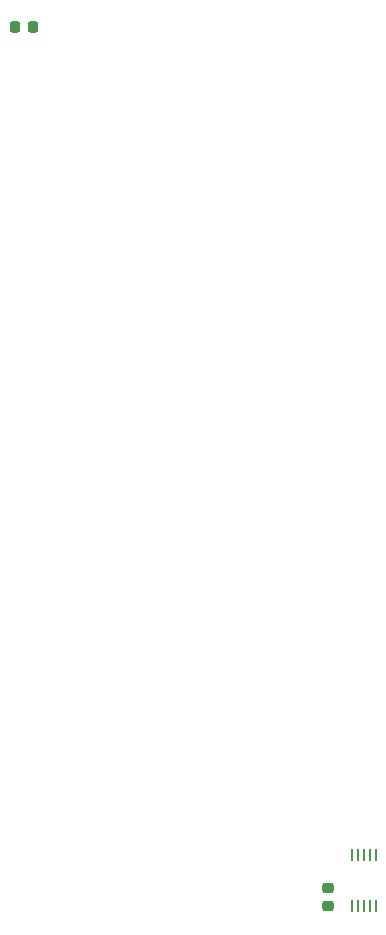
<source format=gbr>
%TF.GenerationSoftware,KiCad,Pcbnew,8.0.1*%
%TF.CreationDate,2024-10-06T13:50:49+02:00*%
%TF.ProjectId,CREPP.io,43524550-502e-4696-9f2e-6b696361645f,rev?*%
%TF.SameCoordinates,Original*%
%TF.FileFunction,Paste,Top*%
%TF.FilePolarity,Positive*%
%FSLAX46Y46*%
G04 Gerber Fmt 4.6, Leading zero omitted, Abs format (unit mm)*
G04 Created by KiCad (PCBNEW 8.0.1) date 2024-10-06 13:50:49*
%MOMM*%
%LPD*%
G01*
G04 APERTURE LIST*
G04 Aperture macros list*
%AMRoundRect*
0 Rectangle with rounded corners*
0 $1 Rounding radius*
0 $2 $3 $4 $5 $6 $7 $8 $9 X,Y pos of 4 corners*
0 Add a 4 corners polygon primitive as box body*
4,1,4,$2,$3,$4,$5,$6,$7,$8,$9,$2,$3,0*
0 Add four circle primitives for the rounded corners*
1,1,$1+$1,$2,$3*
1,1,$1+$1,$4,$5*
1,1,$1+$1,$6,$7*
1,1,$1+$1,$8,$9*
0 Add four rect primitives between the rounded corners*
20,1,$1+$1,$2,$3,$4,$5,0*
20,1,$1+$1,$4,$5,$6,$7,0*
20,1,$1+$1,$6,$7,$8,$9,0*
20,1,$1+$1,$8,$9,$2,$3,0*%
G04 Aperture macros list end*
%ADD10R,0.250000X1.100000*%
%ADD11RoundRect,0.225000X0.225000X0.250000X-0.225000X0.250000X-0.225000X-0.250000X0.225000X-0.250000X0*%
%ADD12RoundRect,0.225000X-0.250000X0.225000X-0.250000X-0.225000X0.250000X-0.225000X0.250000X0.225000X0*%
G04 APERTURE END LIST*
D10*
%TO.C,U1*%
X125508000Y-120142000D03*
X126008000Y-120142000D03*
X126508000Y-120142000D03*
X127008000Y-120142000D03*
X127508000Y-120142000D03*
X127508000Y-115842000D03*
X127008000Y-115842000D03*
X126508000Y-115842000D03*
X126008000Y-115842000D03*
X125508000Y-115842000D03*
%TD*%
D11*
%TO.C,C2*%
X98463400Y-45720000D03*
X96913400Y-45720000D03*
%TD*%
D12*
%TO.C,C1*%
X123444000Y-118592000D03*
X123444000Y-120142000D03*
%TD*%
M02*

</source>
